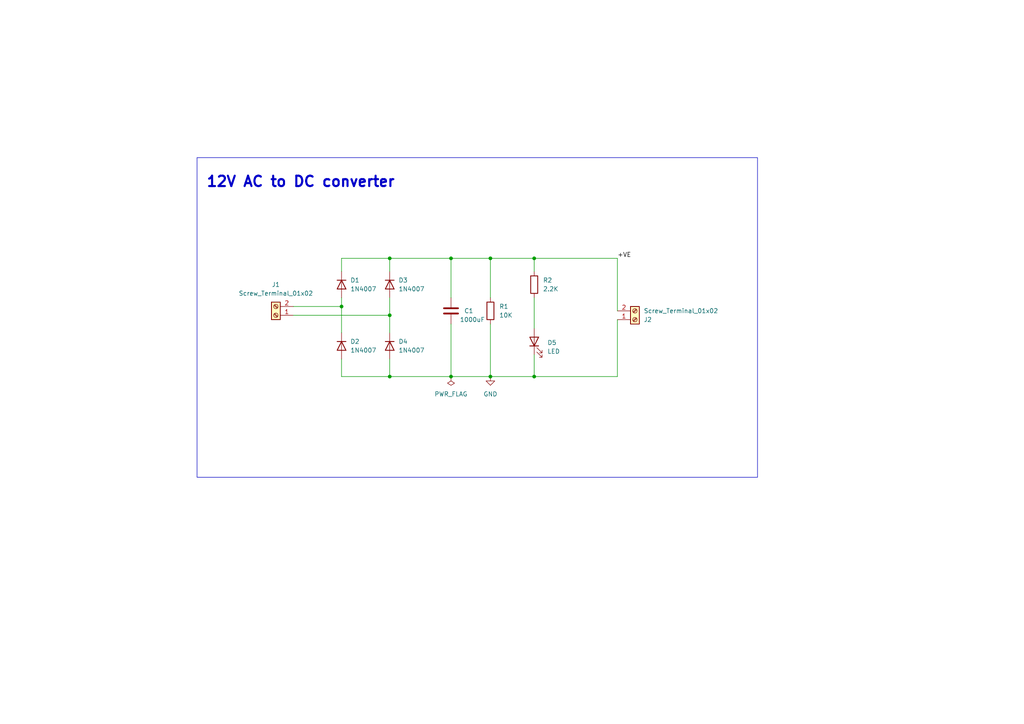
<source format=kicad_sch>
(kicad_sch
	(version 20250114)
	(generator "eeschema")
	(generator_version "9.0")
	(uuid "277a66f2-8a59-4856-9136-6241bcca75cf")
	(paper "A4")
	(title_block
		(title "AC to DC converter")
		(date "2024-08-04")
		(company "Ampnics")
	)
	(lib_symbols
		(symbol "Connector:Screw_Terminal_01x02"
			(pin_names
				(offset 1.016)
				(hide yes)
			)
			(exclude_from_sim no)
			(in_bom yes)
			(on_board yes)
			(property "Reference" "J"
				(at 0 2.54 0)
				(effects
					(font
						(size 1.27 1.27)
					)
				)
			)
			(property "Value" "Screw_Terminal_01x02"
				(at 0 -5.08 0)
				(effects
					(font
						(size 1.27 1.27)
					)
				)
			)
			(property "Footprint" ""
				(at 0 0 0)
				(effects
					(font
						(size 1.27 1.27)
					)
					(hide yes)
				)
			)
			(property "Datasheet" "~"
				(at 0 0 0)
				(effects
					(font
						(size 1.27 1.27)
					)
					(hide yes)
				)
			)
			(property "Description" "Generic screw terminal, single row, 01x02, script generated (kicad-library-utils/schlib/autogen/connector/)"
				(at 0 0 0)
				(effects
					(font
						(size 1.27 1.27)
					)
					(hide yes)
				)
			)
			(property "ki_keywords" "screw terminal"
				(at 0 0 0)
				(effects
					(font
						(size 1.27 1.27)
					)
					(hide yes)
				)
			)
			(property "ki_fp_filters" "TerminalBlock*:*"
				(at 0 0 0)
				(effects
					(font
						(size 1.27 1.27)
					)
					(hide yes)
				)
			)
			(symbol "Screw_Terminal_01x02_1_1"
				(rectangle
					(start -1.27 1.27)
					(end 1.27 -3.81)
					(stroke
						(width 0.254)
						(type default)
					)
					(fill
						(type background)
					)
				)
				(polyline
					(pts
						(xy -0.5334 0.3302) (xy 0.3302 -0.508)
					)
					(stroke
						(width 0.1524)
						(type default)
					)
					(fill
						(type none)
					)
				)
				(polyline
					(pts
						(xy -0.5334 -2.2098) (xy 0.3302 -3.048)
					)
					(stroke
						(width 0.1524)
						(type default)
					)
					(fill
						(type none)
					)
				)
				(polyline
					(pts
						(xy -0.3556 0.508) (xy 0.508 -0.3302)
					)
					(stroke
						(width 0.1524)
						(type default)
					)
					(fill
						(type none)
					)
				)
				(polyline
					(pts
						(xy -0.3556 -2.032) (xy 0.508 -2.8702)
					)
					(stroke
						(width 0.1524)
						(type default)
					)
					(fill
						(type none)
					)
				)
				(circle
					(center 0 0)
					(radius 0.635)
					(stroke
						(width 0.1524)
						(type default)
					)
					(fill
						(type none)
					)
				)
				(circle
					(center 0 -2.54)
					(radius 0.635)
					(stroke
						(width 0.1524)
						(type default)
					)
					(fill
						(type none)
					)
				)
				(pin passive line
					(at -5.08 0 0)
					(length 3.81)
					(name "Pin_1"
						(effects
							(font
								(size 1.27 1.27)
							)
						)
					)
					(number "1"
						(effects
							(font
								(size 1.27 1.27)
							)
						)
					)
				)
				(pin passive line
					(at -5.08 -2.54 0)
					(length 3.81)
					(name "Pin_2"
						(effects
							(font
								(size 1.27 1.27)
							)
						)
					)
					(number "2"
						(effects
							(font
								(size 1.27 1.27)
							)
						)
					)
				)
			)
			(embedded_fonts no)
		)
		(symbol "Device:C"
			(pin_numbers
				(hide yes)
			)
			(pin_names
				(offset 0.254)
			)
			(exclude_from_sim no)
			(in_bom yes)
			(on_board yes)
			(property "Reference" "C"
				(at 0.635 2.54 0)
				(effects
					(font
						(size 1.27 1.27)
					)
					(justify left)
				)
			)
			(property "Value" "C"
				(at 0.635 -2.54 0)
				(effects
					(font
						(size 1.27 1.27)
					)
					(justify left)
				)
			)
			(property "Footprint" ""
				(at 0.9652 -3.81 0)
				(effects
					(font
						(size 1.27 1.27)
					)
					(hide yes)
				)
			)
			(property "Datasheet" "~"
				(at 0 0 0)
				(effects
					(font
						(size 1.27 1.27)
					)
					(hide yes)
				)
			)
			(property "Description" "Unpolarized capacitor"
				(at 0 0 0)
				(effects
					(font
						(size 1.27 1.27)
					)
					(hide yes)
				)
			)
			(property "ki_keywords" "cap capacitor"
				(at 0 0 0)
				(effects
					(font
						(size 1.27 1.27)
					)
					(hide yes)
				)
			)
			(property "ki_fp_filters" "C_*"
				(at 0 0 0)
				(effects
					(font
						(size 1.27 1.27)
					)
					(hide yes)
				)
			)
			(symbol "C_0_1"
				(polyline
					(pts
						(xy -2.032 0.762) (xy 2.032 0.762)
					)
					(stroke
						(width 0.508)
						(type default)
					)
					(fill
						(type none)
					)
				)
				(polyline
					(pts
						(xy -2.032 -0.762) (xy 2.032 -0.762)
					)
					(stroke
						(width 0.508)
						(type default)
					)
					(fill
						(type none)
					)
				)
			)
			(symbol "C_1_1"
				(pin passive line
					(at 0 3.81 270)
					(length 2.794)
					(name "~"
						(effects
							(font
								(size 1.27 1.27)
							)
						)
					)
					(number "1"
						(effects
							(font
								(size 1.27 1.27)
							)
						)
					)
				)
				(pin passive line
					(at 0 -3.81 90)
					(length 2.794)
					(name "~"
						(effects
							(font
								(size 1.27 1.27)
							)
						)
					)
					(number "2"
						(effects
							(font
								(size 1.27 1.27)
							)
						)
					)
				)
			)
			(embedded_fonts no)
		)
		(symbol "Device:LED"
			(pin_numbers
				(hide yes)
			)
			(pin_names
				(offset 1.016)
				(hide yes)
			)
			(exclude_from_sim no)
			(in_bom yes)
			(on_board yes)
			(property "Reference" "D"
				(at 0 2.54 0)
				(effects
					(font
						(size 1.27 1.27)
					)
				)
			)
			(property "Value" "LED"
				(at 0 -2.54 0)
				(effects
					(font
						(size 1.27 1.27)
					)
				)
			)
			(property "Footprint" ""
				(at 0 0 0)
				(effects
					(font
						(size 1.27 1.27)
					)
					(hide yes)
				)
			)
			(property "Datasheet" "~"
				(at 0 0 0)
				(effects
					(font
						(size 1.27 1.27)
					)
					(hide yes)
				)
			)
			(property "Description" "Light emitting diode"
				(at 0 0 0)
				(effects
					(font
						(size 1.27 1.27)
					)
					(hide yes)
				)
			)
			(property "ki_keywords" "LED diode"
				(at 0 0 0)
				(effects
					(font
						(size 1.27 1.27)
					)
					(hide yes)
				)
			)
			(property "ki_fp_filters" "LED* LED_SMD:* LED_THT:*"
				(at 0 0 0)
				(effects
					(font
						(size 1.27 1.27)
					)
					(hide yes)
				)
			)
			(symbol "LED_0_1"
				(polyline
					(pts
						(xy -3.048 -0.762) (xy -4.572 -2.286) (xy -3.81 -2.286) (xy -4.572 -2.286) (xy -4.572 -1.524)
					)
					(stroke
						(width 0)
						(type default)
					)
					(fill
						(type none)
					)
				)
				(polyline
					(pts
						(xy -1.778 -0.762) (xy -3.302 -2.286) (xy -2.54 -2.286) (xy -3.302 -2.286) (xy -3.302 -1.524)
					)
					(stroke
						(width 0)
						(type default)
					)
					(fill
						(type none)
					)
				)
				(polyline
					(pts
						(xy -1.27 0) (xy 1.27 0)
					)
					(stroke
						(width 0)
						(type default)
					)
					(fill
						(type none)
					)
				)
				(polyline
					(pts
						(xy -1.27 -1.27) (xy -1.27 1.27)
					)
					(stroke
						(width 0.254)
						(type default)
					)
					(fill
						(type none)
					)
				)
				(polyline
					(pts
						(xy 1.27 -1.27) (xy 1.27 1.27) (xy -1.27 0) (xy 1.27 -1.27)
					)
					(stroke
						(width 0.254)
						(type default)
					)
					(fill
						(type none)
					)
				)
			)
			(symbol "LED_1_1"
				(pin passive line
					(at -3.81 0 0)
					(length 2.54)
					(name "K"
						(effects
							(font
								(size 1.27 1.27)
							)
						)
					)
					(number "1"
						(effects
							(font
								(size 1.27 1.27)
							)
						)
					)
				)
				(pin passive line
					(at 3.81 0 180)
					(length 2.54)
					(name "A"
						(effects
							(font
								(size 1.27 1.27)
							)
						)
					)
					(number "2"
						(effects
							(font
								(size 1.27 1.27)
							)
						)
					)
				)
			)
			(embedded_fonts no)
		)
		(symbol "Device:R"
			(pin_numbers
				(hide yes)
			)
			(pin_names
				(offset 0)
			)
			(exclude_from_sim no)
			(in_bom yes)
			(on_board yes)
			(property "Reference" "R"
				(at 2.032 0 90)
				(effects
					(font
						(size 1.27 1.27)
					)
				)
			)
			(property "Value" "R"
				(at 0 0 90)
				(effects
					(font
						(size 1.27 1.27)
					)
				)
			)
			(property "Footprint" ""
				(at -1.778 0 90)
				(effects
					(font
						(size 1.27 1.27)
					)
					(hide yes)
				)
			)
			(property "Datasheet" "~"
				(at 0 0 0)
				(effects
					(font
						(size 1.27 1.27)
					)
					(hide yes)
				)
			)
			(property "Description" "Resistor"
				(at 0 0 0)
				(effects
					(font
						(size 1.27 1.27)
					)
					(hide yes)
				)
			)
			(property "ki_keywords" "R res resistor"
				(at 0 0 0)
				(effects
					(font
						(size 1.27 1.27)
					)
					(hide yes)
				)
			)
			(property "ki_fp_filters" "R_*"
				(at 0 0 0)
				(effects
					(font
						(size 1.27 1.27)
					)
					(hide yes)
				)
			)
			(symbol "R_0_1"
				(rectangle
					(start -1.016 -2.54)
					(end 1.016 2.54)
					(stroke
						(width 0.254)
						(type default)
					)
					(fill
						(type none)
					)
				)
			)
			(symbol "R_1_1"
				(pin passive line
					(at 0 3.81 270)
					(length 1.27)
					(name "~"
						(effects
							(font
								(size 1.27 1.27)
							)
						)
					)
					(number "1"
						(effects
							(font
								(size 1.27 1.27)
							)
						)
					)
				)
				(pin passive line
					(at 0 -3.81 90)
					(length 1.27)
					(name "~"
						(effects
							(font
								(size 1.27 1.27)
							)
						)
					)
					(number "2"
						(effects
							(font
								(size 1.27 1.27)
							)
						)
					)
				)
			)
			(embedded_fonts no)
		)
		(symbol "Diode:1N4007"
			(pin_numbers
				(hide yes)
			)
			(pin_names
				(hide yes)
			)
			(exclude_from_sim no)
			(in_bom yes)
			(on_board yes)
			(property "Reference" "D"
				(at 0 2.54 0)
				(effects
					(font
						(size 1.27 1.27)
					)
				)
			)
			(property "Value" "1N4007"
				(at 0 -2.54 0)
				(effects
					(font
						(size 1.27 1.27)
					)
				)
			)
			(property "Footprint" "Diode_THT:D_DO-41_SOD81_P10.16mm_Horizontal"
				(at 0 -4.445 0)
				(effects
					(font
						(size 1.27 1.27)
					)
					(hide yes)
				)
			)
			(property "Datasheet" "http://www.vishay.com/docs/88503/1n4001.pdf"
				(at 0 0 0)
				(effects
					(font
						(size 1.27 1.27)
					)
					(hide yes)
				)
			)
			(property "Description" "1000V 1A General Purpose Rectifier Diode, DO-41"
				(at 0 0 0)
				(effects
					(font
						(size 1.27 1.27)
					)
					(hide yes)
				)
			)
			(property "Sim.Device" "D"
				(at 0 0 0)
				(effects
					(font
						(size 1.27 1.27)
					)
					(hide yes)
				)
			)
			(property "Sim.Pins" "1=K 2=A"
				(at 0 0 0)
				(effects
					(font
						(size 1.27 1.27)
					)
					(hide yes)
				)
			)
			(property "ki_keywords" "diode"
				(at 0 0 0)
				(effects
					(font
						(size 1.27 1.27)
					)
					(hide yes)
				)
			)
			(property "ki_fp_filters" "D*DO?41*"
				(at 0 0 0)
				(effects
					(font
						(size 1.27 1.27)
					)
					(hide yes)
				)
			)
			(symbol "1N4007_0_1"
				(polyline
					(pts
						(xy -1.27 1.27) (xy -1.27 -1.27)
					)
					(stroke
						(width 0.254)
						(type default)
					)
					(fill
						(type none)
					)
				)
				(polyline
					(pts
						(xy 1.27 1.27) (xy 1.27 -1.27) (xy -1.27 0) (xy 1.27 1.27)
					)
					(stroke
						(width 0.254)
						(type default)
					)
					(fill
						(type none)
					)
				)
				(polyline
					(pts
						(xy 1.27 0) (xy -1.27 0)
					)
					(stroke
						(width 0)
						(type default)
					)
					(fill
						(type none)
					)
				)
			)
			(symbol "1N4007_1_1"
				(pin passive line
					(at -3.81 0 0)
					(length 2.54)
					(name "K"
						(effects
							(font
								(size 1.27 1.27)
							)
						)
					)
					(number "1"
						(effects
							(font
								(size 1.27 1.27)
							)
						)
					)
				)
				(pin passive line
					(at 3.81 0 180)
					(length 2.54)
					(name "A"
						(effects
							(font
								(size 1.27 1.27)
							)
						)
					)
					(number "2"
						(effects
							(font
								(size 1.27 1.27)
							)
						)
					)
				)
			)
			(embedded_fonts no)
		)
		(symbol "power:GND"
			(power)
			(pin_names
				(offset 0)
			)
			(exclude_from_sim no)
			(in_bom yes)
			(on_board yes)
			(property "Reference" "#PWR"
				(at 0 -6.35 0)
				(effects
					(font
						(size 1.27 1.27)
					)
					(hide yes)
				)
			)
			(property "Value" "GND"
				(at 0 -3.81 0)
				(effects
					(font
						(size 1.27 1.27)
					)
				)
			)
			(property "Footprint" ""
				(at 0 0 0)
				(effects
					(font
						(size 1.27 1.27)
					)
					(hide yes)
				)
			)
			(property "Datasheet" ""
				(at 0 0 0)
				(effects
					(font
						(size 1.27 1.27)
					)
					(hide yes)
				)
			)
			(property "Description" "Power symbol creates a global label with name \"GND\" , ground"
				(at 0 0 0)
				(effects
					(font
						(size 1.27 1.27)
					)
					(hide yes)
				)
			)
			(property "ki_keywords" "global power"
				(at 0 0 0)
				(effects
					(font
						(size 1.27 1.27)
					)
					(hide yes)
				)
			)
			(symbol "GND_0_1"
				(polyline
					(pts
						(xy 0 0) (xy 0 -1.27) (xy 1.27 -1.27) (xy 0 -2.54) (xy -1.27 -1.27) (xy 0 -1.27)
					)
					(stroke
						(width 0)
						(type default)
					)
					(fill
						(type none)
					)
				)
			)
			(symbol "GND_1_1"
				(pin power_in line
					(at 0 0 270)
					(length 0)
					(hide yes)
					(name "GND"
						(effects
							(font
								(size 1.27 1.27)
							)
						)
					)
					(number "1"
						(effects
							(font
								(size 1.27 1.27)
							)
						)
					)
				)
			)
			(embedded_fonts no)
		)
		(symbol "power:PWR_FLAG"
			(power)
			(pin_numbers
				(hide yes)
			)
			(pin_names
				(offset 0)
				(hide yes)
			)
			(exclude_from_sim no)
			(in_bom yes)
			(on_board yes)
			(property "Reference" "#FLG"
				(at 0 1.905 0)
				(effects
					(font
						(size 1.27 1.27)
					)
					(hide yes)
				)
			)
			(property "Value" "PWR_FLAG"
				(at 0 3.81 0)
				(effects
					(font
						(size 1.27 1.27)
					)
				)
			)
			(property "Footprint" ""
				(at 0 0 0)
				(effects
					(font
						(size 1.27 1.27)
					)
					(hide yes)
				)
			)
			(property "Datasheet" "~"
				(at 0 0 0)
				(effects
					(font
						(size 1.27 1.27)
					)
					(hide yes)
				)
			)
			(property "Description" "Special symbol for telling ERC where power comes from"
				(at 0 0 0)
				(effects
					(font
						(size 1.27 1.27)
					)
					(hide yes)
				)
			)
			(property "ki_keywords" "flag power"
				(at 0 0 0)
				(effects
					(font
						(size 1.27 1.27)
					)
					(hide yes)
				)
			)
			(symbol "PWR_FLAG_0_0"
				(pin power_out line
					(at 0 0 90)
					(length 0)
					(name "pwr"
						(effects
							(font
								(size 1.27 1.27)
							)
						)
					)
					(number "1"
						(effects
							(font
								(size 1.27 1.27)
							)
						)
					)
				)
			)
			(symbol "PWR_FLAG_0_1"
				(polyline
					(pts
						(xy 0 0) (xy 0 1.27) (xy -1.016 1.905) (xy 0 2.54) (xy 1.016 1.905) (xy 0 1.27)
					)
					(stroke
						(width 0)
						(type default)
					)
					(fill
						(type none)
					)
				)
			)
			(embedded_fonts no)
		)
	)
	(rectangle
		(start 57.15 45.72)
		(end 219.71 138.43)
		(stroke
			(width 0)
			(type default)
		)
		(fill
			(type none)
		)
		(uuid c2ce7a3b-b701-4834-bc1c-c1c531814bf7)
	)
	(text "12V AC to DC converter"
		(exclude_from_sim no)
		(at 59.69 54.61 0)
		(effects
			(font
				(size 3 3)
				(thickness 0.6)
				(bold yes)
			)
			(justify left bottom)
		)
		(uuid "deaca51c-435a-4b84-9d5d-1c3bc34324b4")
	)
	(junction
		(at 113.03 109.22)
		(diameter 0)
		(color 0 0 0 0)
		(uuid "516b317e-36f3-41d6-985e-af84f00e936a")
	)
	(junction
		(at 142.24 74.93)
		(diameter 0)
		(color 0 0 0 0)
		(uuid "6070769e-384f-4819-b89f-00ffb2e78049")
	)
	(junction
		(at 130.81 109.22)
		(diameter 0)
		(color 0 0 0 0)
		(uuid "821d100c-9e8a-4f17-9dd5-89a4562e8a98")
	)
	(junction
		(at 113.03 74.93)
		(diameter 0)
		(color 0 0 0 0)
		(uuid "ad364dba-191e-4c56-9c3e-d5fb4c6cf9dc")
	)
	(junction
		(at 130.81 74.93)
		(diameter 0)
		(color 0 0 0 0)
		(uuid "c2ef4e5d-bf12-448f-8498-0b880df21a10")
	)
	(junction
		(at 142.24 109.22)
		(diameter 0)
		(color 0 0 0 0)
		(uuid "c8408944-68f6-4a90-a7ef-c8a42eac5449")
	)
	(junction
		(at 99.06 88.9)
		(diameter 0)
		(color 0 0 0 0)
		(uuid "ccf8bcc9-f690-401d-ac7d-8b29fb695778")
	)
	(junction
		(at 154.94 74.93)
		(diameter 0)
		(color 0 0 0 0)
		(uuid "d780c2c8-7b9b-4d2e-a9de-a251e1efc7c0")
	)
	(junction
		(at 154.94 109.22)
		(diameter 0)
		(color 0 0 0 0)
		(uuid "f13f6a89-f51c-48c3-97e2-a4e29b9b4868")
	)
	(junction
		(at 113.03 91.44)
		(diameter 0)
		(color 0 0 0 0)
		(uuid "f1bf62ee-87f2-490c-ad57-86bfe486f77c")
	)
	(wire
		(pts
			(xy 99.06 88.9) (xy 99.06 96.52)
		)
		(stroke
			(width 0)
			(type default)
		)
		(uuid "04fdcab4-8a39-4516-8eab-d294caa934b1")
	)
	(wire
		(pts
			(xy 179.07 109.22) (xy 154.94 109.22)
		)
		(stroke
			(width 0)
			(type default)
		)
		(uuid "20c2c5a7-d004-4dab-937f-7f4395804648")
	)
	(wire
		(pts
			(xy 99.06 109.22) (xy 113.03 109.22)
		)
		(stroke
			(width 0)
			(type default)
		)
		(uuid "221ee0bd-510c-4943-a602-94dc07333fd4")
	)
	(wire
		(pts
			(xy 154.94 109.22) (xy 142.24 109.22)
		)
		(stroke
			(width 0)
			(type default)
		)
		(uuid "22376fe0-8c8e-4b74-833d-29a04fe899ca")
	)
	(wire
		(pts
			(xy 154.94 78.74) (xy 154.94 74.93)
		)
		(stroke
			(width 0)
			(type default)
		)
		(uuid "2d049bd5-3da1-4ccf-974b-5f735a9f9250")
	)
	(wire
		(pts
			(xy 85.09 91.44) (xy 113.03 91.44)
		)
		(stroke
			(width 0)
			(type default)
		)
		(uuid "34c5a932-61e2-4f46-9483-d6ba7bf44474")
	)
	(wire
		(pts
			(xy 113.03 91.44) (xy 113.03 96.52)
		)
		(stroke
			(width 0)
			(type default)
		)
		(uuid "37349dec-0e55-4d5c-80cb-5428eb422e91")
	)
	(wire
		(pts
			(xy 99.06 74.93) (xy 99.06 78.74)
		)
		(stroke
			(width 0)
			(type default)
		)
		(uuid "37a8600d-e79f-478c-9645-6b588d432c4c")
	)
	(wire
		(pts
			(xy 179.07 92.71) (xy 179.07 109.22)
		)
		(stroke
			(width 0)
			(type default)
		)
		(uuid "387357b1-76ea-45fa-a6d8-2b661583b819")
	)
	(wire
		(pts
			(xy 179.07 90.17) (xy 179.07 74.93)
		)
		(stroke
			(width 0)
			(type default)
		)
		(uuid "44cb21f4-1a32-442d-864b-0dbf8b07ab53")
	)
	(wire
		(pts
			(xy 154.94 102.87) (xy 154.94 109.22)
		)
		(stroke
			(width 0)
			(type default)
		)
		(uuid "4dc118cd-6206-4d01-acc9-ac99c568248a")
	)
	(wire
		(pts
			(xy 85.09 88.9) (xy 99.06 88.9)
		)
		(stroke
			(width 0)
			(type default)
		)
		(uuid "514baecc-b713-4e8d-b04a-8af04af36a87")
	)
	(wire
		(pts
			(xy 142.24 86.36) (xy 142.24 74.93)
		)
		(stroke
			(width 0)
			(type default)
		)
		(uuid "51978333-b66d-42b2-b558-33811aecf58f")
	)
	(wire
		(pts
			(xy 130.81 74.93) (xy 113.03 74.93)
		)
		(stroke
			(width 0)
			(type default)
		)
		(uuid "5963b9ca-2221-4d38-b86a-e11a41cfad69")
	)
	(wire
		(pts
			(xy 130.81 93.98) (xy 130.81 109.22)
		)
		(stroke
			(width 0)
			(type default)
		)
		(uuid "5c365e68-8c59-4966-9288-04c117e6142d")
	)
	(wire
		(pts
			(xy 99.06 86.36) (xy 99.06 88.9)
		)
		(stroke
			(width 0)
			(type default)
		)
		(uuid "5f8fa6d2-010f-44db-8ba7-145a16329f05")
	)
	(wire
		(pts
			(xy 113.03 78.74) (xy 113.03 74.93)
		)
		(stroke
			(width 0)
			(type default)
		)
		(uuid "63db8302-dab0-4e9e-948b-f97a9de8ad4e")
	)
	(wire
		(pts
			(xy 113.03 86.36) (xy 113.03 91.44)
		)
		(stroke
			(width 0)
			(type default)
		)
		(uuid "66c553b2-6184-4a27-a84a-a2fd5af20bc3")
	)
	(wire
		(pts
			(xy 179.07 74.93) (xy 154.94 74.93)
		)
		(stroke
			(width 0)
			(type default)
		)
		(uuid "81d9ed45-c3e7-46f9-99bd-aa70a410ff12")
	)
	(wire
		(pts
			(xy 130.81 109.22) (xy 113.03 109.22)
		)
		(stroke
			(width 0)
			(type default)
		)
		(uuid "839dcd51-4250-456c-9de6-4b37729b3516")
	)
	(wire
		(pts
			(xy 142.24 74.93) (xy 130.81 74.93)
		)
		(stroke
			(width 0)
			(type default)
		)
		(uuid "98c23d12-e8ca-41bf-a41f-a0d582206349")
	)
	(wire
		(pts
			(xy 142.24 109.22) (xy 130.81 109.22)
		)
		(stroke
			(width 0)
			(type default)
		)
		(uuid "ad019277-e050-4246-80f4-e3a08cf36eb7")
	)
	(wire
		(pts
			(xy 99.06 104.14) (xy 99.06 109.22)
		)
		(stroke
			(width 0)
			(type default)
		)
		(uuid "bf4bef62-7f90-4c14-adcb-93142181a4b8")
	)
	(wire
		(pts
			(xy 142.24 93.98) (xy 142.24 109.22)
		)
		(stroke
			(width 0)
			(type default)
		)
		(uuid "c42651c4-d94b-45ed-bd9a-c79f0330e44f")
	)
	(wire
		(pts
			(xy 130.81 86.36) (xy 130.81 74.93)
		)
		(stroke
			(width 0)
			(type default)
		)
		(uuid "c4e3897e-3500-498b-a26e-9a8efea3b440")
	)
	(wire
		(pts
			(xy 154.94 86.36) (xy 154.94 95.25)
		)
		(stroke
			(width 0)
			(type default)
		)
		(uuid "c84ed459-a651-41aa-99d2-789768a8ea11")
	)
	(wire
		(pts
			(xy 154.94 74.93) (xy 142.24 74.93)
		)
		(stroke
			(width 0)
			(type default)
		)
		(uuid "cfd2a03e-a850-45ab-9afb-80f58c54dcb1")
	)
	(wire
		(pts
			(xy 113.03 109.22) (xy 113.03 104.14)
		)
		(stroke
			(width 0)
			(type default)
		)
		(uuid "d0f1ce46-9e20-49bb-94d3-8474e2a0d87d")
	)
	(wire
		(pts
			(xy 113.03 74.93) (xy 99.06 74.93)
		)
		(stroke
			(width 0)
			(type default)
		)
		(uuid "d4881c9a-7b91-441b-a43c-55a868852629")
	)
	(label "+VE"
		(at 179.07 74.93 0)
		(effects
			(font
				(size 1.27 1.27)
			)
			(justify left bottom)
		)
		(uuid "6570694c-3a85-484b-b2ff-9b6e0cb7af0e")
	)
	(symbol
		(lib_id "Diode:1N4007")
		(at 113.03 100.33 270)
		(unit 1)
		(exclude_from_sim no)
		(in_bom yes)
		(on_board yes)
		(dnp no)
		(fields_autoplaced yes)
		(uuid "03484019-852b-4df9-ada2-ea2bba4475ec")
		(property "Reference" "D4"
			(at 115.57 99.06 90)
			(effects
				(font
					(size 1.27 1.27)
				)
				(justify left)
			)
		)
		(property "Value" "1N4007"
			(at 115.57 101.6 90)
			(effects
				(font
					(size 1.27 1.27)
				)
				(justify left)
			)
		)
		(property "Footprint" "Diode_THT:D_DO-41_SOD81_P10.16mm_Horizontal"
			(at 108.585 100.33 0)
			(effects
				(font
					(size 1.27 1.27)
				)
				(hide yes)
			)
		)
		(property "Datasheet" "http://www.vishay.com/docs/88503/1n4001.pdf"
			(at 113.03 100.33 0)
			(effects
				(font
					(size 1.27 1.27)
				)
				(hide yes)
			)
		)
		(property "Description" ""
			(at 113.03 100.33 0)
			(effects
				(font
					(size 1.27 1.27)
				)
			)
		)
		(property "Sim.Device" "D"
			(at 113.03 100.33 0)
			(effects
				(font
					(size 1.27 1.27)
				)
				(hide yes)
			)
		)
		(property "Sim.Pins" "1=K 2=A"
			(at 113.03 100.33 0)
			(effects
				(font
					(size 1.27 1.27)
				)
				(hide yes)
			)
		)
		(pin "2"
			(uuid "d1636789-2ccd-494a-b31d-91cc55f04821")
		)
		(pin "1"
			(uuid "1b7329b2-9562-4a04-becc-841398a9f08f")
		)
		(instances
			(project "ACtoDCconverter"
				(path "/277a66f2-8a59-4856-9136-6241bcca75cf"
					(reference "D4")
					(unit 1)
				)
			)
		)
	)
	(symbol
		(lib_id "Diode:1N4007")
		(at 113.03 82.55 270)
		(unit 1)
		(exclude_from_sim no)
		(in_bom yes)
		(on_board yes)
		(dnp no)
		(fields_autoplaced yes)
		(uuid "110c3440-2706-47b9-953e-8a4bfeead77a")
		(property "Reference" "D3"
			(at 115.57 81.28 90)
			(effects
				(font
					(size 1.27 1.27)
				)
				(justify left)
			)
		)
		(property "Value" "1N4007"
			(at 115.57 83.82 90)
			(effects
				(font
					(size 1.27 1.27)
				)
				(justify left)
			)
		)
		(property "Footprint" "Diode_THT:D_DO-41_SOD81_P10.16mm_Horizontal"
			(at 108.585 82.55 0)
			(effects
				(font
					(size 1.27 1.27)
				)
				(hide yes)
			)
		)
		(property "Datasheet" "http://www.vishay.com/docs/88503/1n4001.pdf"
			(at 113.03 82.55 0)
			(effects
				(font
					(size 1.27 1.27)
				)
				(hide yes)
			)
		)
		(property "Description" ""
			(at 113.03 82.55 0)
			(effects
				(font
					(size 1.27 1.27)
				)
			)
		)
		(property "Sim.Device" "D"
			(at 113.03 82.55 0)
			(effects
				(font
					(size 1.27 1.27)
				)
				(hide yes)
			)
		)
		(property "Sim.Pins" "1=K 2=A"
			(at 113.03 82.55 0)
			(effects
				(font
					(size 1.27 1.27)
				)
				(hide yes)
			)
		)
		(pin "2"
			(uuid "50053cf3-4ebf-4226-8df8-bc53a2590fa9")
		)
		(pin "1"
			(uuid "752dec42-4e84-40da-95e8-32d1e2cb7a49")
		)
		(instances
			(project "ACtoDCconverter"
				(path "/277a66f2-8a59-4856-9136-6241bcca75cf"
					(reference "D3")
					(unit 1)
				)
			)
		)
	)
	(symbol
		(lib_id "Device:LED")
		(at 154.94 99.06 90)
		(unit 1)
		(exclude_from_sim no)
		(in_bom yes)
		(on_board yes)
		(dnp no)
		(fields_autoplaced yes)
		(uuid "1941bd7d-c2d4-497d-95ce-d06dc342c2b6")
		(property "Reference" "D5"
			(at 158.75 99.3775 90)
			(effects
				(font
					(size 1.27 1.27)
				)
				(justify right)
			)
		)
		(property "Value" "LED"
			(at 158.75 101.9175 90)
			(effects
				(font
					(size 1.27 1.27)
				)
				(justify right)
			)
		)
		(property "Footprint" "LED_THT:LED_D5.0mm"
			(at 154.94 99.06 0)
			(effects
				(font
					(size 1.27 1.27)
				)
				(hide yes)
			)
		)
		(property "Datasheet" "~"
			(at 154.94 99.06 0)
			(effects
				(font
					(size 1.27 1.27)
				)
				(hide yes)
			)
		)
		(property "Description" ""
			(at 154.94 99.06 0)
			(effects
				(font
					(size 1.27 1.27)
				)
			)
		)
		(pin "2"
			(uuid "b8f42254-2cf8-4944-b813-e287be3f7895")
		)
		(pin "1"
			(uuid "a559497d-7eb0-4e60-a33e-168bda9452d9")
		)
		(instances
			(project "ACtoDCconverter"
				(path "/277a66f2-8a59-4856-9136-6241bcca75cf"
					(reference "D5")
					(unit 1)
				)
			)
		)
	)
	(symbol
		(lib_id "Device:R")
		(at 142.24 90.17 0)
		(unit 1)
		(exclude_from_sim no)
		(in_bom yes)
		(on_board yes)
		(dnp no)
		(fields_autoplaced yes)
		(uuid "325c9e11-f166-4ddb-aef1-7a9f19d686dd")
		(property "Reference" "R1"
			(at 144.78 88.9 0)
			(effects
				(font
					(size 1.27 1.27)
				)
				(justify left)
			)
		)
		(property "Value" "10K"
			(at 144.78 91.44 0)
			(effects
				(font
					(size 1.27 1.27)
				)
				(justify left)
			)
		)
		(property "Footprint" "Resistor_THT:R_Axial_DIN0207_L6.3mm_D2.5mm_P7.62mm_Horizontal"
			(at 140.462 90.17 90)
			(effects
				(font
					(size 1.27 1.27)
				)
				(hide yes)
			)
		)
		(property "Datasheet" "~"
			(at 142.24 90.17 0)
			(effects
				(font
					(size 1.27 1.27)
				)
				(hide yes)
			)
		)
		(property "Description" ""
			(at 142.24 90.17 0)
			(effects
				(font
					(size 1.27 1.27)
				)
			)
		)
		(pin "1"
			(uuid "13adcfc4-8cbc-42d2-8d84-319afea31587")
		)
		(pin "2"
			(uuid "51192592-dbe4-472d-a36f-9d55fe0bea19")
		)
		(instances
			(project "ACtoDCconverter"
				(path "/277a66f2-8a59-4856-9136-6241bcca75cf"
					(reference "R1")
					(unit 1)
				)
			)
		)
	)
	(symbol
		(lib_id "Connector:Screw_Terminal_01x02")
		(at 80.01 91.44 180)
		(unit 1)
		(exclude_from_sim no)
		(in_bom yes)
		(on_board yes)
		(dnp no)
		(fields_autoplaced yes)
		(uuid "561242b3-1280-4e6a-8046-9a41472be4c8")
		(property "Reference" "J1"
			(at 80.01 82.55 0)
			(effects
				(font
					(size 1.27 1.27)
				)
			)
		)
		(property "Value" "Screw_Terminal_01x02"
			(at 80.01 85.09 0)
			(effects
				(font
					(size 1.27 1.27)
				)
			)
		)
		(property "Footprint" "TerminalBlock:TerminalBlock_bornier-2_P5.08mm"
			(at 80.01 91.44 0)
			(effects
				(font
					(size 1.27 1.27)
				)
				(hide yes)
			)
		)
		(property "Datasheet" "~"
			(at 80.01 91.44 0)
			(effects
				(font
					(size 1.27 1.27)
				)
				(hide yes)
			)
		)
		(property "Description" ""
			(at 80.01 91.44 0)
			(effects
				(font
					(size 1.27 1.27)
				)
			)
		)
		(pin "1"
			(uuid "b1f188a1-7be6-4494-a316-4ddd5a0b4c6e")
		)
		(pin "2"
			(uuid "12d908e5-698d-4fc2-9b70-7f511de0d30f")
		)
		(instances
			(project "ACtoDCconverter"
				(path "/277a66f2-8a59-4856-9136-6241bcca75cf"
					(reference "J1")
					(unit 1)
				)
			)
		)
	)
	(symbol
		(lib_id "Diode:1N4007")
		(at 99.06 100.33 270)
		(unit 1)
		(exclude_from_sim no)
		(in_bom yes)
		(on_board yes)
		(dnp no)
		(fields_autoplaced yes)
		(uuid "80584d5f-e027-492f-9f0d-5d25a0995730")
		(property "Reference" "D2"
			(at 101.6 99.06 90)
			(effects
				(font
					(size 1.27 1.27)
				)
				(justify left)
			)
		)
		(property "Value" "1N4007"
			(at 101.6 101.6 90)
			(effects
				(font
					(size 1.27 1.27)
				)
				(justify left)
			)
		)
		(property "Footprint" "Diode_THT:D_DO-41_SOD81_P10.16mm_Horizontal"
			(at 94.615 100.33 0)
			(effects
				(font
					(size 1.27 1.27)
				)
				(hide yes)
			)
		)
		(property "Datasheet" "http://www.vishay.com/docs/88503/1n4001.pdf"
			(at 99.06 100.33 0)
			(effects
				(font
					(size 1.27 1.27)
				)
				(hide yes)
			)
		)
		(property "Description" ""
			(at 99.06 100.33 0)
			(effects
				(font
					(size 1.27 1.27)
				)
			)
		)
		(property "Sim.Device" "D"
			(at 99.06 100.33 0)
			(effects
				(font
					(size 1.27 1.27)
				)
				(hide yes)
			)
		)
		(property "Sim.Pins" "1=K 2=A"
			(at 99.06 100.33 0)
			(effects
				(font
					(size 1.27 1.27)
				)
				(hide yes)
			)
		)
		(pin "2"
			(uuid "9bd5aa13-3570-4b39-baf0-5d3494f1e914")
		)
		(pin "1"
			(uuid "75459123-9f7e-4741-bf97-0afe73a0d38d")
		)
		(instances
			(project "ACtoDCconverter"
				(path "/277a66f2-8a59-4856-9136-6241bcca75cf"
					(reference "D2")
					(unit 1)
				)
			)
		)
	)
	(symbol
		(lib_id "power:GND")
		(at 142.24 109.22 0)
		(unit 1)
		(exclude_from_sim no)
		(in_bom yes)
		(on_board yes)
		(dnp no)
		(fields_autoplaced yes)
		(uuid "88499a47-bde9-488d-b5c8-07f0bd43e11a")
		(property "Reference" "#PWR01"
			(at 142.24 115.57 0)
			(effects
				(font
					(size 1.27 1.27)
				)
				(hide yes)
			)
		)
		(property "Value" "GND"
			(at 142.24 114.3 0)
			(effects
				(font
					(size 1.27 1.27)
				)
			)
		)
		(property "Footprint" ""
			(at 142.24 109.22 0)
			(effects
				(font
					(size 1.27 1.27)
				)
				(hide yes)
			)
		)
		(property "Datasheet" ""
			(at 142.24 109.22 0)
			(effects
				(font
					(size 1.27 1.27)
				)
				(hide yes)
			)
		)
		(property "Description" ""
			(at 142.24 109.22 0)
			(effects
				(font
					(size 1.27 1.27)
				)
			)
		)
		(pin "1"
			(uuid "86d3d2cd-1584-4f9e-ab4b-77905ade034e")
		)
		(instances
			(project "ACtoDCconverter"
				(path "/277a66f2-8a59-4856-9136-6241bcca75cf"
					(reference "#PWR01")
					(unit 1)
				)
			)
		)
	)
	(symbol
		(lib_id "Device:R")
		(at 154.94 82.55 0)
		(unit 1)
		(exclude_from_sim no)
		(in_bom yes)
		(on_board yes)
		(dnp no)
		(fields_autoplaced yes)
		(uuid "8bc2e6eb-17d5-4cda-899f-2d7193a0b705")
		(property "Reference" "R2"
			(at 157.48 81.28 0)
			(effects
				(font
					(size 1.27 1.27)
				)
				(justify left)
			)
		)
		(property "Value" "2.2K"
			(at 157.48 83.82 0)
			(effects
				(font
					(size 1.27 1.27)
				)
				(justify left)
			)
		)
		(property "Footprint" "Resistor_THT:R_Axial_DIN0207_L6.3mm_D2.5mm_P7.62mm_Horizontal"
			(at 153.162 82.55 90)
			(effects
				(font
					(size 1.27 1.27)
				)
				(hide yes)
			)
		)
		(property "Datasheet" "~"
			(at 154.94 82.55 0)
			(effects
				(font
					(size 1.27 1.27)
				)
				(hide yes)
			)
		)
		(property "Description" ""
			(at 154.94 82.55 0)
			(effects
				(font
					(size 1.27 1.27)
				)
			)
		)
		(pin "2"
			(uuid "2b8b2597-3bf3-4703-9b4f-8b1df1ca5597")
		)
		(pin "1"
			(uuid "e6574fd6-da0b-4880-9ae8-17c060ee78eb")
		)
		(instances
			(project "ACtoDCconverter"
				(path "/277a66f2-8a59-4856-9136-6241bcca75cf"
					(reference "R2")
					(unit 1)
				)
			)
		)
	)
	(symbol
		(lib_id "Diode:1N4007")
		(at 99.06 82.55 270)
		(unit 1)
		(exclude_from_sim no)
		(in_bom yes)
		(on_board yes)
		(dnp no)
		(fields_autoplaced yes)
		(uuid "943cb542-0410-4caf-95a4-a35b6aae9da5")
		(property "Reference" "D1"
			(at 101.6 81.28 90)
			(effects
				(font
					(size 1.27 1.27)
				)
				(justify left)
			)
		)
		(property "Value" "1N4007"
			(at 101.6 83.82 90)
			(effects
				(font
					(size 1.27 1.27)
				)
				(justify left)
			)
		)
		(property "Footprint" "Diode_THT:D_DO-41_SOD81_P10.16mm_Horizontal"
			(at 94.615 82.55 0)
			(effects
				(font
					(size 1.27 1.27)
				)
				(hide yes)
			)
		)
		(property "Datasheet" "http://www.vishay.com/docs/88503/1n4001.pdf"
			(at 99.06 82.55 0)
			(effects
				(font
					(size 1.27 1.27)
				)
				(hide yes)
			)
		)
		(property "Description" ""
			(at 99.06 82.55 0)
			(effects
				(font
					(size 1.27 1.27)
				)
			)
		)
		(property "Sim.Device" "D"
			(at 99.06 82.55 0)
			(effects
				(font
					(size 1.27 1.27)
				)
				(hide yes)
			)
		)
		(property "Sim.Pins" "1=K 2=A"
			(at 99.06 82.55 0)
			(effects
				(font
					(size 1.27 1.27)
				)
				(hide yes)
			)
		)
		(pin "2"
			(uuid "1f7b52d0-6baf-4070-abaf-bb4ba23ef749")
		)
		(pin "1"
			(uuid "d9f71a3d-66ce-458c-94e5-6302650acbd3")
		)
		(instances
			(project "ACtoDCconverter"
				(path "/277a66f2-8a59-4856-9136-6241bcca75cf"
					(reference "D1")
					(unit 1)
				)
			)
		)
	)
	(symbol
		(lib_id "Device:C")
		(at 130.81 90.17 0)
		(unit 1)
		(exclude_from_sim no)
		(in_bom yes)
		(on_board yes)
		(dnp no)
		(uuid "964638c1-ee26-43f2-8fb4-ad28058c8bf6")
		(property "Reference" "C1"
			(at 134.62 90.17 0)
			(effects
				(font
					(size 1.27 1.27)
				)
				(justify left)
			)
		)
		(property "Value" "1000uF"
			(at 133.35 92.71 0)
			(effects
				(font
					(size 1.27 1.27)
				)
				(justify left)
			)
		)
		(property "Footprint" "Capacitor_THT:C_Radial_D8.0mm_H11.5mm_P3.50mm"
			(at 131.7752 93.98 0)
			(effects
				(font
					(size 1.27 1.27)
				)
				(hide yes)
			)
		)
		(property "Datasheet" "~"
			(at 130.81 90.17 0)
			(effects
				(font
					(size 1.27 1.27)
				)
				(hide yes)
			)
		)
		(property "Description" ""
			(at 130.81 90.17 0)
			(effects
				(font
					(size 1.27 1.27)
				)
			)
		)
		(pin "2"
			(uuid "c36b5f65-95cb-438f-b9d0-f2c5d80c719e")
		)
		(pin "1"
			(uuid "a9207e4f-104f-426a-aece-669021c5a79c")
		)
		(instances
			(project "ACtoDCconverter"
				(path "/277a66f2-8a59-4856-9136-6241bcca75cf"
					(reference "C1")
					(unit 1)
				)
			)
		)
	)
	(symbol
		(lib_id "Connector:Screw_Terminal_01x02")
		(at 184.15 92.71 0)
		(mirror x)
		(unit 1)
		(exclude_from_sim no)
		(in_bom yes)
		(on_board yes)
		(dnp no)
		(uuid "c8dece1b-986a-4d83-baf5-a541db3a6995")
		(property "Reference" "J2"
			(at 186.69 92.71 0)
			(effects
				(font
					(size 1.27 1.27)
				)
				(justify left)
			)
		)
		(property "Value" "Screw_Terminal_01x02"
			(at 186.69 90.17 0)
			(effects
				(font
					(size 1.27 1.27)
				)
				(justify left)
			)
		)
		(property "Footprint" "TerminalBlock:TerminalBlock_bornier-2_P5.08mm"
			(at 184.15 92.71 0)
			(effects
				(font
					(size 1.27 1.27)
				)
				(hide yes)
			)
		)
		(property "Datasheet" "~"
			(at 184.15 92.71 0)
			(effects
				(font
					(size 1.27 1.27)
				)
				(hide yes)
			)
		)
		(property "Description" ""
			(at 184.15 92.71 0)
			(effects
				(font
					(size 1.27 1.27)
				)
			)
		)
		(pin "1"
			(uuid "84b0bca0-7311-479a-b153-53f8c7136f89")
		)
		(pin "2"
			(uuid "306fd576-2671-4f11-bfdc-723b5464dfc9")
		)
		(instances
			(project "ACtoDCconverter"
				(path "/277a66f2-8a59-4856-9136-6241bcca75cf"
					(reference "J2")
					(unit 1)
				)
			)
		)
	)
	(symbol
		(lib_id "power:PWR_FLAG")
		(at 130.81 109.22 180)
		(unit 1)
		(exclude_from_sim no)
		(in_bom yes)
		(on_board yes)
		(dnp no)
		(fields_autoplaced yes)
		(uuid "fc278591-9cd8-41b1-aee3-2e428e09f79c")
		(property "Reference" "#FLG01"
			(at 130.81 111.125 0)
			(effects
				(font
					(size 1.27 1.27)
				)
				(hide yes)
			)
		)
		(property "Value" "PWR_FLAG"
			(at 130.81 114.3 0)
			(effects
				(font
					(size 1.27 1.27)
				)
			)
		)
		(property "Footprint" ""
			(at 130.81 109.22 0)
			(effects
				(font
					(size 1.27 1.27)
				)
				(hide yes)
			)
		)
		(property "Datasheet" "~"
			(at 130.81 109.22 0)
			(effects
				(font
					(size 1.27 1.27)
				)
				(hide yes)
			)
		)
		(property "Description" ""
			(at 130.81 109.22 0)
			(effects
				(font
					(size 1.27 1.27)
				)
			)
		)
		(pin "1"
			(uuid "e028aba9-de29-477e-b28d-0859b7c9d799")
		)
		(instances
			(project "ACtoDCconverter"
				(path "/277a66f2-8a59-4856-9136-6241bcca75cf"
					(reference "#FLG01")
					(unit 1)
				)
			)
		)
	)
	(sheet_instances
		(path "/"
			(page "1")
		)
	)
	(embedded_fonts no)
)

</source>
